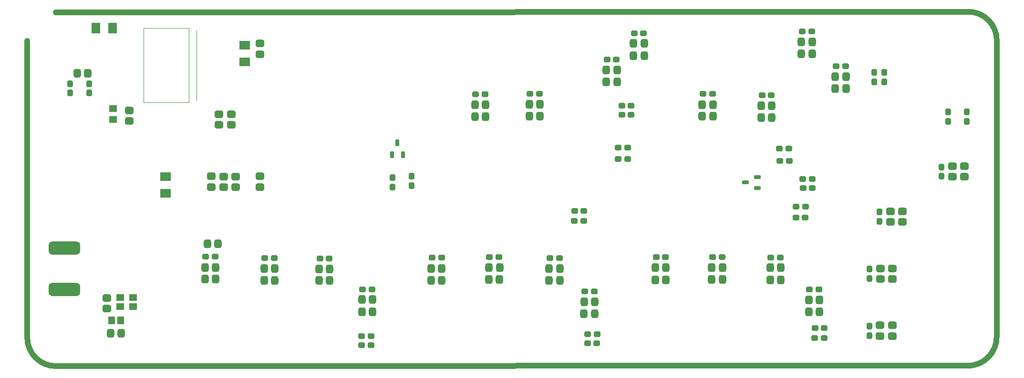
<source format=gbp>
G04*
G04 #@! TF.GenerationSoftware,Altium Limited,Altium Designer,22.8.2 (66)*
G04*
G04 Layer_Color=128*
%FSLAX44Y44*%
%MOMM*%
G71*
G04*
G04 #@! TF.SameCoordinates,3B6084FD-5DD7-4A75-9D95-E8563ACB50C0*
G04*
G04*
G04 #@! TF.FilePolarity,Positive*
G04*
G01*
G75*
%ADD18C,1.0000*%
%ADD19C,0.0254*%
%ADD20C,0.0500*%
G04:AMPARAMS|DCode=26|XSize=1.3mm|YSize=1.5001mm|CornerRadius=0.325mm|HoleSize=0mm|Usage=FLASHONLY|Rotation=180.000|XOffset=0mm|YOffset=0mm|HoleType=Round|Shape=RoundedRectangle|*
%AMROUNDEDRECTD26*
21,1,1.3000,0.8501,0,0,180.0*
21,1,0.6500,1.5001,0,0,180.0*
1,1,0.6500,-0.3250,0.4251*
1,1,0.6500,0.3250,0.4251*
1,1,0.6500,0.3250,-0.4251*
1,1,0.6500,-0.3250,-0.4251*
%
%ADD26ROUNDEDRECTD26*%
G04:AMPARAMS|DCode=27|XSize=1.3mm|YSize=1.5001mm|CornerRadius=0.325mm|HoleSize=0mm|Usage=FLASHONLY|Rotation=90.000|XOffset=0mm|YOffset=0mm|HoleType=Round|Shape=RoundedRectangle|*
%AMROUNDEDRECTD27*
21,1,1.3000,0.8501,0,0,90.0*
21,1,0.6500,1.5001,0,0,90.0*
1,1,0.6500,0.4251,0.3250*
1,1,0.6500,0.4251,-0.3250*
1,1,0.6500,-0.4251,-0.3250*
1,1,0.6500,-0.4251,0.3250*
%
%ADD27ROUNDEDRECTD27*%
G04:AMPARAMS|DCode=28|XSize=1mm|YSize=1.15mm|CornerRadius=0.25mm|HoleSize=0mm|Usage=FLASHONLY|Rotation=0.000|XOffset=0mm|YOffset=0mm|HoleType=Round|Shape=RoundedRectangle|*
%AMROUNDEDRECTD28*
21,1,1.0000,0.6500,0,0,0.0*
21,1,0.5000,1.1500,0,0,0.0*
1,1,0.5000,0.2500,-0.3250*
1,1,0.5000,-0.2500,-0.3250*
1,1,0.5000,-0.2500,0.3250*
1,1,0.5000,0.2500,0.3250*
%
%ADD28ROUNDEDRECTD28*%
G04:AMPARAMS|DCode=29|XSize=1mm|YSize=1.15mm|CornerRadius=0.25mm|HoleSize=0mm|Usage=FLASHONLY|Rotation=270.000|XOffset=0mm|YOffset=0mm|HoleType=Round|Shape=RoundedRectangle|*
%AMROUNDEDRECTD29*
21,1,1.0000,0.6500,0,0,270.0*
21,1,0.5000,1.1500,0,0,270.0*
1,1,0.5000,-0.3250,-0.2500*
1,1,0.5000,-0.3250,0.2500*
1,1,0.5000,0.3250,0.2500*
1,1,0.5000,0.3250,-0.2500*
%
%ADD29ROUNDEDRECTD29*%
G04:AMPARAMS|DCode=31|XSize=1.15mm|YSize=0.6mm|CornerRadius=0.075mm|HoleSize=0mm|Usage=FLASHONLY|Rotation=0.000|XOffset=0mm|YOffset=0mm|HoleType=Round|Shape=RoundedRectangle|*
%AMROUNDEDRECTD31*
21,1,1.1500,0.4500,0,0,0.0*
21,1,1.0000,0.6000,0,0,0.0*
1,1,0.1500,0.5000,-0.2250*
1,1,0.1500,-0.5000,-0.2250*
1,1,0.1500,-0.5000,0.2250*
1,1,0.1500,0.5000,0.2250*
%
%ADD31ROUNDEDRECTD31*%
G04:AMPARAMS|DCode=32|XSize=1.15mm|YSize=0.6mm|CornerRadius=0.075mm|HoleSize=0mm|Usage=FLASHONLY|Rotation=270.000|XOffset=0mm|YOffset=0mm|HoleType=Round|Shape=RoundedRectangle|*
%AMROUNDEDRECTD32*
21,1,1.1500,0.4500,0,0,270.0*
21,1,1.0000,0.6000,0,0,270.0*
1,1,0.1500,-0.2250,-0.5000*
1,1,0.1500,-0.2250,0.5000*
1,1,0.1500,0.2250,0.5000*
1,1,0.1500,0.2250,-0.5000*
%
%ADD32ROUNDEDRECTD32*%
%ADD36R,1.8582X1.5057*%
%ADD37R,1.4500X1.3000*%
%ADD38R,1.3000X1.4500*%
%ADD99R,1.4621X1.2081*%
G04:AMPARAMS|DCode=100|XSize=2.3mm|YSize=5.6mm|CornerRadius=0.575mm|HoleSize=0mm|Usage=FLASHONLY|Rotation=270.000|XOffset=0mm|YOffset=0mm|HoleType=Round|Shape=RoundedRectangle|*
%AMROUNDEDRECTD100*
21,1,2.3000,4.4500,0,0,270.0*
21,1,1.1500,5.6000,0,0,270.0*
1,1,1.1500,-2.2250,-0.5750*
1,1,1.1500,-2.2250,0.5750*
1,1,1.1500,2.2250,0.5750*
1,1,1.1500,2.2250,-0.5750*
%
%ADD100ROUNDEDRECTD100*%
%ADD101R,1.5057X1.8582*%
D18*
X-899Y50800D02*
G03*
X50253Y119I50683J0D01*
G01*
X1668595Y738D02*
G03*
X1720070Y52692I0J51477D01*
G01*
X1720140Y579741D02*
G03*
X1668988Y630422I-50683J0D01*
G01*
X50253Y-4D02*
X1668595Y738D01*
X1720070Y52692D02*
X1720088Y579741D01*
X49673Y629466D02*
X1668988Y630420D01*
X-1016Y50800D02*
X-1008Y578314D01*
D19*
X299227Y472948D02*
Y597154D01*
D20*
X205930Y468926D02*
X285825D01*
X205930D02*
Y600964D01*
X285825D01*
Y468926D02*
Y600964D01*
D26*
X1075465Y573794D02*
D03*
X1094464D02*
D03*
X1433372Y514866D02*
D03*
X1452372D02*
D03*
X1132945Y175506D02*
D03*
X1113946D02*
D03*
X734807Y173982D02*
D03*
X715808D02*
D03*
X333475Y175768D02*
D03*
X314476D02*
D03*
X1027213Y526670D02*
D03*
X1046212D02*
D03*
X438631Y173474D02*
D03*
X419632D02*
D03*
X1373428Y576842D02*
D03*
X1392428D02*
D03*
X1233143Y175506D02*
D03*
X1214144D02*
D03*
X837692Y175260D02*
D03*
X818693D02*
D03*
X536167Y172966D02*
D03*
X517168D02*
D03*
X890517Y465710D02*
D03*
X909516D02*
D03*
X1301800Y463558D02*
D03*
X1320800D02*
D03*
X1336787Y174998D02*
D03*
X1317788D02*
D03*
X944611Y173474D02*
D03*
X925612D02*
D03*
X793754Y464940D02*
D03*
X812753D02*
D03*
X1216391Y465328D02*
D03*
X1197392D02*
D03*
X1405367Y117594D02*
D03*
X1386368D02*
D03*
X1006612Y114300D02*
D03*
X987613D02*
D03*
X612199Y118305D02*
D03*
X593200D02*
D03*
X1075465Y552458D02*
D03*
X1094464D02*
D03*
X1433372Y493530D02*
D03*
X1452372D02*
D03*
X1132945Y153662D02*
D03*
X1113946D02*
D03*
X734807Y152646D02*
D03*
X715808D02*
D03*
X333475Y154678D02*
D03*
X314476D02*
D03*
X1027213Y505334D02*
D03*
X1046212D02*
D03*
X438631Y152138D02*
D03*
X419632D02*
D03*
X1373428Y555506D02*
D03*
X1392428D02*
D03*
X1233143Y154170D02*
D03*
X1214144D02*
D03*
X837411Y153924D02*
D03*
X818412D02*
D03*
X536167Y152138D02*
D03*
X517168D02*
D03*
X890517Y444374D02*
D03*
X909516D02*
D03*
X1301800Y442222D02*
D03*
X1320800D02*
D03*
X1336787Y153154D02*
D03*
X1317788D02*
D03*
X944611Y152138D02*
D03*
X925612D02*
D03*
X793754Y443866D02*
D03*
X812753D02*
D03*
X1216391Y444238D02*
D03*
X1197392D02*
D03*
X1405367Y96258D02*
D03*
X1386368D02*
D03*
X1006104Y92964D02*
D03*
X987104D02*
D03*
X612199Y96969D02*
D03*
X593200D02*
D03*
X87648Y520946D02*
D03*
X106648D02*
D03*
X337788Y217670D02*
D03*
X318788D02*
D03*
X146844Y58682D02*
D03*
X165844D02*
D03*
D27*
X1513086Y72848D02*
D03*
Y53849D02*
D03*
X1513594Y173975D02*
D03*
Y154976D02*
D03*
X1531433Y275270D02*
D03*
Y256271D02*
D03*
X1641102Y355926D02*
D03*
Y336926D02*
D03*
X1534422Y72848D02*
D03*
Y53849D02*
D03*
X1534930Y173975D02*
D03*
Y154976D02*
D03*
X1552769Y275270D02*
D03*
Y256271D02*
D03*
X1662438Y355926D02*
D03*
Y336926D02*
D03*
X412068Y574040D02*
D03*
Y555041D02*
D03*
X180094Y455136D02*
D03*
Y436136D02*
D03*
X325874Y318548D02*
D03*
Y337548D02*
D03*
X361696Y448259D02*
D03*
Y429260D02*
D03*
X368816Y318534D02*
D03*
Y337534D02*
D03*
X347472Y318516D02*
D03*
Y337515D02*
D03*
X411726Y318548D02*
D03*
Y337548D02*
D03*
X140216Y121634D02*
D03*
Y102634D02*
D03*
X339598Y429311D02*
D03*
Y448310D02*
D03*
D28*
X1494028Y71242D02*
D03*
Y54742D02*
D03*
X1494536Y172842D02*
D03*
Y156342D02*
D03*
X1512375Y274137D02*
D03*
Y257637D02*
D03*
X1622044Y354320D02*
D03*
Y337820D02*
D03*
X1502664Y505968D02*
D03*
Y522468D02*
D03*
X1667256Y452242D02*
D03*
Y435742D02*
D03*
X1520444Y505968D02*
D03*
Y522468D02*
D03*
X1634236Y452242D02*
D03*
Y435742D02*
D03*
X647192Y318902D02*
D03*
Y335402D02*
D03*
X681736Y321442D02*
D03*
Y337942D02*
D03*
X75184Y502534D02*
D03*
Y486034D02*
D03*
X109220D02*
D03*
Y502534D02*
D03*
D29*
X1076599Y592328D02*
D03*
X1093099D02*
D03*
X1434978Y533400D02*
D03*
X1451478D02*
D03*
X1131824Y194056D02*
D03*
X1115324D02*
D03*
X734304Y193548D02*
D03*
X717804D02*
D03*
X332354Y194564D02*
D03*
X315854D02*
D03*
X1028346Y545204D02*
D03*
X1044846D02*
D03*
X437510Y192532D02*
D03*
X421010D02*
D03*
X1375034Y595376D02*
D03*
X1391534D02*
D03*
X1232144Y194056D02*
D03*
X1215644D02*
D03*
X836290D02*
D03*
X819790D02*
D03*
X535034Y191516D02*
D03*
X518534D02*
D03*
X891650Y484244D02*
D03*
X908150D02*
D03*
X1303406Y481584D02*
D03*
X1319906D02*
D03*
X1335776Y193548D02*
D03*
X1319276D02*
D03*
X943478Y192532D02*
D03*
X926978D02*
D03*
X794887Y483228D02*
D03*
X811387D02*
D03*
X1215258Y484124D02*
D03*
X1198758D02*
D03*
X1404234Y136652D02*
D03*
X1387734D02*
D03*
X1005588Y132850D02*
D03*
X989088D02*
D03*
X611065Y136855D02*
D03*
X594565D02*
D03*
X1071262Y447160D02*
D03*
X1054762D02*
D03*
X1413378Y50292D02*
D03*
X1396878D02*
D03*
X1010014Y41148D02*
D03*
X993514D02*
D03*
X609214Y37084D02*
D03*
X592714D02*
D03*
X1071262Y462908D02*
D03*
X1054762D02*
D03*
X1413886Y67564D02*
D03*
X1397386D02*
D03*
X1010412Y56896D02*
D03*
X993912D02*
D03*
X609214Y53340D02*
D03*
X592714D02*
D03*
X1392975Y316975D02*
D03*
X1376475D02*
D03*
X1064644Y368336D02*
D03*
X1048144D02*
D03*
X1351572Y365052D02*
D03*
X1335072D02*
D03*
X1379972Y264668D02*
D03*
X1363472D02*
D03*
X986658Y258064D02*
D03*
X970158D02*
D03*
X1064644Y389092D02*
D03*
X1048144D02*
D03*
X1350772Y387096D02*
D03*
X1334272D02*
D03*
X1392316Y332715D02*
D03*
X1375816D02*
D03*
X1380480Y283972D02*
D03*
X1363980D02*
D03*
X987166Y276352D02*
D03*
X970666D02*
D03*
D31*
X1295582Y317144D02*
D03*
X1273882Y326644D02*
D03*
X1295582Y336144D02*
D03*
D32*
X646836Y375738D02*
D03*
X656336Y397438D02*
D03*
X665836Y375738D02*
D03*
D36*
X384636Y540990D02*
D03*
Y570514D02*
D03*
X244348Y337342D02*
D03*
Y307818D02*
D03*
D37*
X164084Y121792D02*
D03*
Y105792D02*
D03*
X186944Y121792D02*
D03*
Y105792D02*
D03*
D38*
X148844Y81534D02*
D03*
X164844D02*
D03*
D99*
X151384Y458444D02*
D03*
Y438404D02*
D03*
D100*
X65024Y209804D02*
D03*
Y136804D02*
D03*
D101*
X150368Y600964D02*
D03*
X120843D02*
D03*
M02*

</source>
